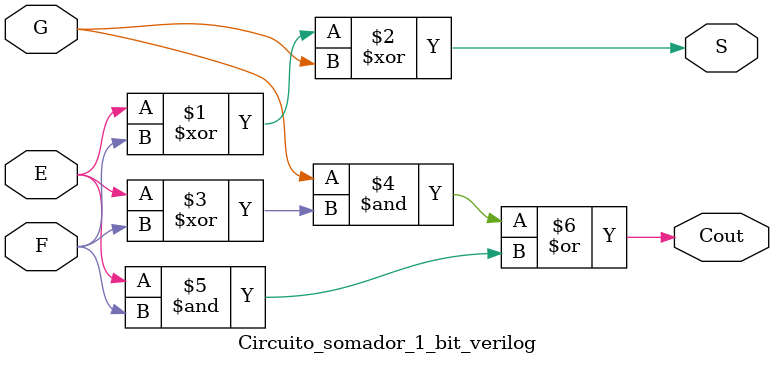
<source format=v>
module Circuito_somador_1_bit_verilog (E,F,G,S,Cout);

input E,F,G;
output S,Cout;

assign S=((E^F)^G);
assign Cout=(G&(E^F)) | (E&F);

endmodule
</source>
